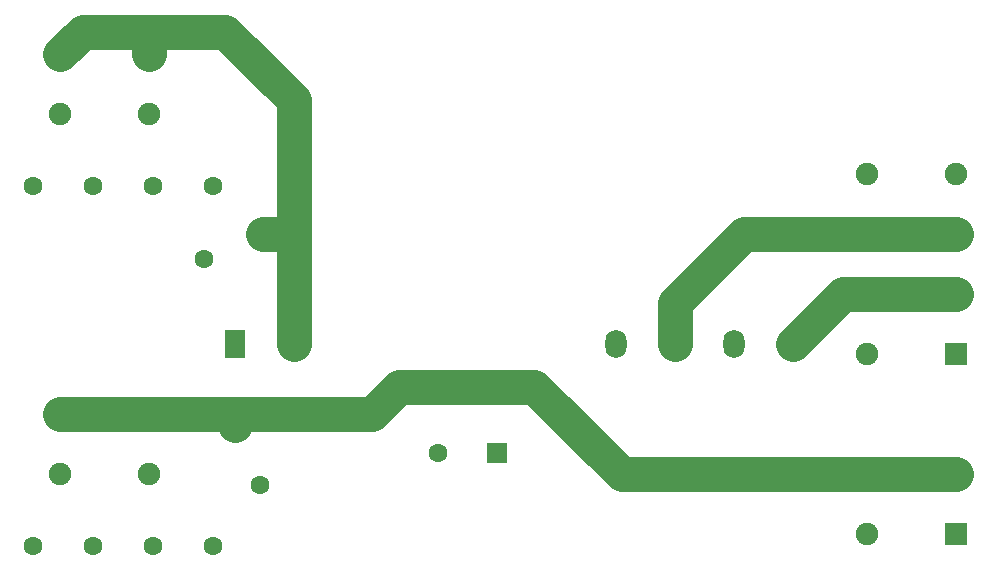
<source format=gbr>
%TF.GenerationSoftware,KiCad,Pcbnew,(5.1.10)-1*%
%TF.CreationDate,2022-01-17T01:47:07+07:00*%
%TF.ProjectId,Mother_module_v3,4d6f7468-6572-45f6-9d6f-64756c655f76,rev?*%
%TF.SameCoordinates,Original*%
%TF.FileFunction,Copper,L1,Top*%
%TF.FilePolarity,Positive*%
%FSLAX46Y46*%
G04 Gerber Fmt 4.6, Leading zero omitted, Abs format (unit mm)*
G04 Created by KiCad (PCBNEW (5.1.10)-1) date 2022-01-17 01:47:07*
%MOMM*%
%LPD*%
G01*
G04 APERTURE LIST*
%TA.AperFunction,ComponentPad*%
%ADD10R,1.700000X1.700000*%
%TD*%
%TA.AperFunction,ComponentPad*%
%ADD11C,1.600000*%
%TD*%
%TA.AperFunction,ComponentPad*%
%ADD12O,1.800000X2.400000*%
%TD*%
%TA.AperFunction,ComponentPad*%
%ADD13R,1.800000X2.400000*%
%TD*%
%TA.AperFunction,ComponentPad*%
%ADD14C,1.900000*%
%TD*%
%TA.AperFunction,ComponentPad*%
%ADD15R,1.900000X1.900000*%
%TD*%
%TA.AperFunction,Conductor*%
%ADD16C,3.000000*%
%TD*%
%TA.AperFunction,Conductor*%
%ADD17C,2.000000*%
%TD*%
G04 APERTURE END LIST*
D10*
%TO.P,U3,1*%
%TO.N,N/C*%
X98650000Y-112827000D03*
D11*
%TO.P,U3,2*%
X93650000Y-112827000D03*
%TD*%
D12*
%TO.P,U2,5*%
%TO.N,N/C*%
X118699500Y-103620000D03*
%TO.P,U2,4*%
X113699500Y-103620000D03*
%TO.P,U2,3*%
X108699500Y-103620000D03*
%TO.P,U2,2*%
X81441500Y-103620000D03*
D13*
%TO.P,U2,1*%
X76441500Y-103620000D03*
D12*
%TO.P,U2,6*%
X123699500Y-103620000D03*
%TD*%
D14*
%TO.P,XP4,2*%
%TO.N,Net-(RV2-Pad2)*%
X137492000Y-114640000D03*
X129972000Y-114640000D03*
D15*
%TO.P,XP4,1*%
%TO.N,Net-(U3-Pad1)*%
X137492000Y-119720000D03*
D14*
X129972000Y-119720000D03*
%TD*%
%TO.P,XP2,2*%
%TO.N,Net-(F2-Pad2)*%
X61646000Y-114640000D03*
X69166000Y-114640000D03*
D15*
%TO.P,XP2,1*%
%TO.N,Net-(RV2-Pad2)*%
X61646000Y-109560000D03*
D14*
X69166000Y-109560000D03*
%TD*%
D11*
%TO.P,RV2,2*%
%TO.N,Net-(RV2-Pad2)*%
X76437000Y-110494000D03*
%TO.P,RV2,1*%
%TO.N,Net-(F2-Pad1)*%
X78537000Y-115494000D03*
%TD*%
%TO.P,F2,1*%
%TO.N,Net-(F2-Pad1)*%
X69520000Y-120701000D03*
%TO.P,F2,2*%
%TO.N,Net-(F2-Pad2)*%
X59360000Y-120701000D03*
%TO.P,F2,1*%
%TO.N,Net-(F2-Pad1)*%
X74600000Y-120701000D03*
%TO.P,F2,2*%
%TO.N,Net-(F2-Pad2)*%
X64440000Y-120701000D03*
%TD*%
D14*
%TO.P,XP3,4*%
%TO.N,Net-(U2-Pad3)*%
X137492000Y-89240000D03*
X129972000Y-89240000D03*
%TO.P,XP3,3*%
%TO.N,Net-(U2-Pad4)*%
X137492000Y-94320000D03*
X129972000Y-94320000D03*
%TO.P,XP3,2*%
%TO.N,Net-(U2-Pad6)*%
X137492000Y-99400000D03*
X129972000Y-99400000D03*
D15*
%TO.P,XP3,1*%
%TO.N,Net-(U2-Pad5)*%
X137492000Y-104480000D03*
D14*
X129972000Y-104480000D03*
%TD*%
%TO.P,XP1,2*%
%TO.N,Net-(F1-Pad2)*%
X61646000Y-84160000D03*
X69166000Y-84160000D03*
D15*
%TO.P,XP1,1*%
%TO.N,Net-(RV1-Pad2)*%
X61646000Y-79080000D03*
D14*
X69166000Y-79080000D03*
%TD*%
D11*
%TO.P,RV1,2*%
%TO.N,Net-(RV1-Pad2)*%
X78838000Y-94285000D03*
%TO.P,RV1,1*%
%TO.N,Net-(F1-Pad1)*%
X73838000Y-96385000D03*
%TD*%
%TO.P,F1,1*%
%TO.N,Net-(F1-Pad1)*%
X69520000Y-90221000D03*
%TO.P,F1,2*%
%TO.N,Net-(F1-Pad2)*%
X59360000Y-90221000D03*
%TO.P,F1,1*%
%TO.N,Net-(F1-Pad1)*%
X74600000Y-90221000D03*
%TO.P,F1,2*%
%TO.N,Net-(F1-Pad2)*%
X64440000Y-90221000D03*
%TD*%
D16*
%TO.N,Net-(U2-Pad6)*%
X137492000Y-99400000D02*
X127919500Y-99400000D01*
X127919500Y-99400000D02*
X123699500Y-103620000D01*
%TO.N,Net-(U2-Pad4)*%
X137492000Y-94320000D02*
X129972000Y-94320000D01*
X113699500Y-100143500D02*
X113699500Y-103620000D01*
X119523000Y-94320000D02*
X113699500Y-100143500D01*
X129972000Y-94320000D02*
X119523000Y-94320000D01*
D17*
%TO.N,Net-(RV1-Pad2)*%
X69166000Y-77167000D02*
X69139000Y-77140000D01*
D16*
X75616000Y-77140000D02*
X69139000Y-77140000D01*
X81441500Y-95698500D02*
X81441500Y-82965500D01*
X81441500Y-103620000D02*
X81441500Y-95698500D01*
X81441500Y-82965500D02*
X75616000Y-77140000D01*
X69166000Y-79080000D02*
X69166000Y-77167000D01*
X61646000Y-79045000D02*
X61646000Y-79080000D01*
X63551000Y-77140000D02*
X61646000Y-79045000D01*
X69139000Y-77140000D02*
X63551000Y-77140000D01*
X81441500Y-94301500D02*
X81399000Y-94344000D01*
X78854500Y-94301500D02*
X81441500Y-94301500D01*
X78838000Y-94285000D02*
X78854500Y-94301500D01*
%TO.N,Net-(RV2-Pad2)*%
X137492000Y-114640000D02*
X129972000Y-114640000D01*
X61646000Y-109560000D02*
X69166000Y-109560000D01*
X76437000Y-110494000D02*
X76437000Y-109584000D01*
X69166000Y-109560000D02*
X76413000Y-109560000D01*
X101778000Y-107239000D02*
X109179000Y-114640000D01*
X109179000Y-114640000D02*
X129972000Y-114640000D01*
X90348000Y-107239000D02*
X101778000Y-107239000D01*
X88027000Y-109560000D02*
X90348000Y-107239000D01*
X76413000Y-109560000D02*
X88027000Y-109560000D01*
%TD*%
M02*

</source>
